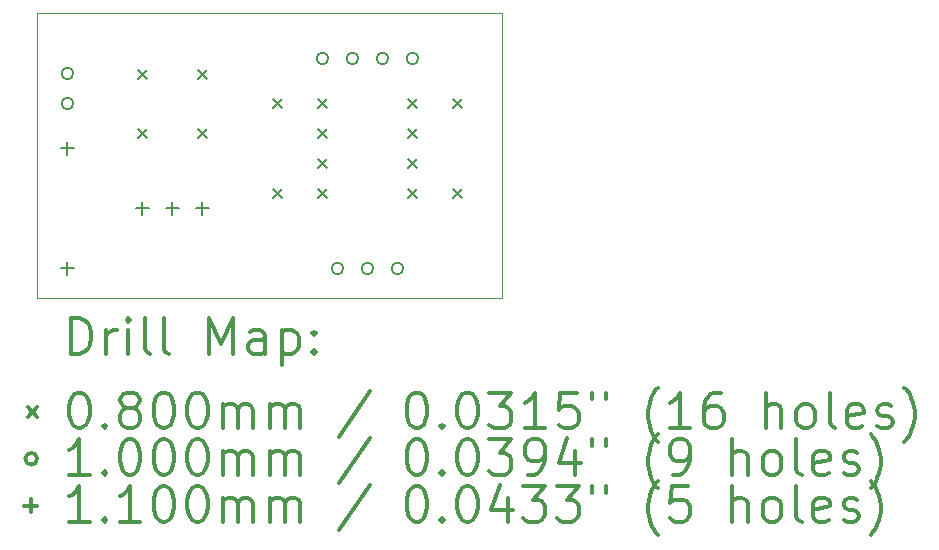
<source format=gbr>
%FSLAX45Y45*%
G04 Gerber Fmt 4.5, Leading zero omitted, Abs format (unit mm)*
G04 Created by KiCad (PCBNEW 5.1.10) date 2022-01-19 09:48:25*
%MOMM*%
%LPD*%
G01*
G04 APERTURE LIST*
%TA.AperFunction,Profile*%
%ADD10C,0.050000*%
%TD*%
%ADD11C,0.200000*%
%ADD12C,0.300000*%
G04 APERTURE END LIST*
D10*
X5969000Y-2794000D02*
X9906000Y-2794000D01*
X5969000Y-5207000D02*
X5969000Y-2794000D01*
X9906000Y-5207000D02*
X5969000Y-5207000D01*
X9906000Y-2794000D02*
X9906000Y-5207000D01*
D11*
X6818000Y-3270000D02*
X6898000Y-3350000D01*
X6898000Y-3270000D02*
X6818000Y-3350000D01*
X6818000Y-3770000D02*
X6898000Y-3850000D01*
X6898000Y-3770000D02*
X6818000Y-3850000D01*
X7326000Y-3270000D02*
X7406000Y-3350000D01*
X7406000Y-3270000D02*
X7326000Y-3350000D01*
X7326000Y-3770000D02*
X7406000Y-3850000D01*
X7406000Y-3770000D02*
X7326000Y-3850000D01*
X7961000Y-3516000D02*
X8041000Y-3596000D01*
X8041000Y-3516000D02*
X7961000Y-3596000D01*
X7961000Y-4278000D02*
X8041000Y-4358000D01*
X8041000Y-4278000D02*
X7961000Y-4358000D01*
X8342000Y-3516000D02*
X8422000Y-3596000D01*
X8422000Y-3516000D02*
X8342000Y-3596000D01*
X8342000Y-3770000D02*
X8422000Y-3850000D01*
X8422000Y-3770000D02*
X8342000Y-3850000D01*
X8342000Y-4024000D02*
X8422000Y-4104000D01*
X8422000Y-4024000D02*
X8342000Y-4104000D01*
X8342000Y-4278000D02*
X8422000Y-4358000D01*
X8422000Y-4278000D02*
X8342000Y-4358000D01*
X9104000Y-3516000D02*
X9184000Y-3596000D01*
X9184000Y-3516000D02*
X9104000Y-3596000D01*
X9104000Y-3770000D02*
X9184000Y-3850000D01*
X9184000Y-3770000D02*
X9104000Y-3850000D01*
X9104000Y-4024000D02*
X9184000Y-4104000D01*
X9184000Y-4024000D02*
X9104000Y-4104000D01*
X9104000Y-4278000D02*
X9184000Y-4358000D01*
X9184000Y-4278000D02*
X9104000Y-4358000D01*
X9485000Y-3516000D02*
X9565000Y-3596000D01*
X9565000Y-3516000D02*
X9485000Y-3596000D01*
X9485000Y-4278000D02*
X9565000Y-4358000D01*
X9565000Y-4278000D02*
X9485000Y-4358000D01*
X6273000Y-3302000D02*
G75*
G03*
X6273000Y-3302000I-50000J0D01*
G01*
X6273000Y-3556000D02*
G75*
G03*
X6273000Y-3556000I-50000J0D01*
G01*
X8432000Y-3175000D02*
G75*
G03*
X8432000Y-3175000I-50000J0D01*
G01*
X8559000Y-4953000D02*
G75*
G03*
X8559000Y-4953000I-50000J0D01*
G01*
X8686000Y-3175000D02*
G75*
G03*
X8686000Y-3175000I-50000J0D01*
G01*
X8813000Y-4953000D02*
G75*
G03*
X8813000Y-4953000I-50000J0D01*
G01*
X8940000Y-3175000D02*
G75*
G03*
X8940000Y-3175000I-50000J0D01*
G01*
X9067000Y-4953000D02*
G75*
G03*
X9067000Y-4953000I-50000J0D01*
G01*
X9194000Y-3175000D02*
G75*
G03*
X9194000Y-3175000I-50000J0D01*
G01*
X6223000Y-3882000D02*
X6223000Y-3992000D01*
X6168000Y-3937000D02*
X6278000Y-3937000D01*
X6223000Y-4898000D02*
X6223000Y-5008000D01*
X6168000Y-4953000D02*
X6278000Y-4953000D01*
X6858000Y-4390000D02*
X6858000Y-4500000D01*
X6803000Y-4445000D02*
X6913000Y-4445000D01*
X7112000Y-4390000D02*
X7112000Y-4500000D01*
X7057000Y-4445000D02*
X7167000Y-4445000D01*
X7366000Y-4390000D02*
X7366000Y-4500000D01*
X7311000Y-4445000D02*
X7421000Y-4445000D01*
D12*
X6252928Y-5675214D02*
X6252928Y-5375214D01*
X6324357Y-5375214D01*
X6367214Y-5389500D01*
X6395786Y-5418072D01*
X6410071Y-5446643D01*
X6424357Y-5503786D01*
X6424357Y-5546643D01*
X6410071Y-5603786D01*
X6395786Y-5632357D01*
X6367214Y-5660929D01*
X6324357Y-5675214D01*
X6252928Y-5675214D01*
X6552928Y-5675214D02*
X6552928Y-5475214D01*
X6552928Y-5532357D02*
X6567214Y-5503786D01*
X6581500Y-5489500D01*
X6610071Y-5475214D01*
X6638643Y-5475214D01*
X6738643Y-5675214D02*
X6738643Y-5475214D01*
X6738643Y-5375214D02*
X6724357Y-5389500D01*
X6738643Y-5403786D01*
X6752928Y-5389500D01*
X6738643Y-5375214D01*
X6738643Y-5403786D01*
X6924357Y-5675214D02*
X6895786Y-5660929D01*
X6881500Y-5632357D01*
X6881500Y-5375214D01*
X7081500Y-5675214D02*
X7052928Y-5660929D01*
X7038643Y-5632357D01*
X7038643Y-5375214D01*
X7424357Y-5675214D02*
X7424357Y-5375214D01*
X7524357Y-5589500D01*
X7624357Y-5375214D01*
X7624357Y-5675214D01*
X7895786Y-5675214D02*
X7895786Y-5518072D01*
X7881500Y-5489500D01*
X7852928Y-5475214D01*
X7795786Y-5475214D01*
X7767214Y-5489500D01*
X7895786Y-5660929D02*
X7867214Y-5675214D01*
X7795786Y-5675214D01*
X7767214Y-5660929D01*
X7752928Y-5632357D01*
X7752928Y-5603786D01*
X7767214Y-5575214D01*
X7795786Y-5560929D01*
X7867214Y-5560929D01*
X7895786Y-5546643D01*
X8038643Y-5475214D02*
X8038643Y-5775214D01*
X8038643Y-5489500D02*
X8067214Y-5475214D01*
X8124357Y-5475214D01*
X8152928Y-5489500D01*
X8167214Y-5503786D01*
X8181500Y-5532357D01*
X8181500Y-5618071D01*
X8167214Y-5646643D01*
X8152928Y-5660929D01*
X8124357Y-5675214D01*
X8067214Y-5675214D01*
X8038643Y-5660929D01*
X8310071Y-5646643D02*
X8324357Y-5660929D01*
X8310071Y-5675214D01*
X8295786Y-5660929D01*
X8310071Y-5646643D01*
X8310071Y-5675214D01*
X8310071Y-5489500D02*
X8324357Y-5503786D01*
X8310071Y-5518072D01*
X8295786Y-5503786D01*
X8310071Y-5489500D01*
X8310071Y-5518072D01*
X5886500Y-6129500D02*
X5966500Y-6209500D01*
X5966500Y-6129500D02*
X5886500Y-6209500D01*
X6310071Y-6005214D02*
X6338643Y-6005214D01*
X6367214Y-6019500D01*
X6381500Y-6033786D01*
X6395786Y-6062357D01*
X6410071Y-6119500D01*
X6410071Y-6190929D01*
X6395786Y-6248071D01*
X6381500Y-6276643D01*
X6367214Y-6290929D01*
X6338643Y-6305214D01*
X6310071Y-6305214D01*
X6281500Y-6290929D01*
X6267214Y-6276643D01*
X6252928Y-6248071D01*
X6238643Y-6190929D01*
X6238643Y-6119500D01*
X6252928Y-6062357D01*
X6267214Y-6033786D01*
X6281500Y-6019500D01*
X6310071Y-6005214D01*
X6538643Y-6276643D02*
X6552928Y-6290929D01*
X6538643Y-6305214D01*
X6524357Y-6290929D01*
X6538643Y-6276643D01*
X6538643Y-6305214D01*
X6724357Y-6133786D02*
X6695786Y-6119500D01*
X6681500Y-6105214D01*
X6667214Y-6076643D01*
X6667214Y-6062357D01*
X6681500Y-6033786D01*
X6695786Y-6019500D01*
X6724357Y-6005214D01*
X6781500Y-6005214D01*
X6810071Y-6019500D01*
X6824357Y-6033786D01*
X6838643Y-6062357D01*
X6838643Y-6076643D01*
X6824357Y-6105214D01*
X6810071Y-6119500D01*
X6781500Y-6133786D01*
X6724357Y-6133786D01*
X6695786Y-6148071D01*
X6681500Y-6162357D01*
X6667214Y-6190929D01*
X6667214Y-6248071D01*
X6681500Y-6276643D01*
X6695786Y-6290929D01*
X6724357Y-6305214D01*
X6781500Y-6305214D01*
X6810071Y-6290929D01*
X6824357Y-6276643D01*
X6838643Y-6248071D01*
X6838643Y-6190929D01*
X6824357Y-6162357D01*
X6810071Y-6148071D01*
X6781500Y-6133786D01*
X7024357Y-6005214D02*
X7052928Y-6005214D01*
X7081500Y-6019500D01*
X7095786Y-6033786D01*
X7110071Y-6062357D01*
X7124357Y-6119500D01*
X7124357Y-6190929D01*
X7110071Y-6248071D01*
X7095786Y-6276643D01*
X7081500Y-6290929D01*
X7052928Y-6305214D01*
X7024357Y-6305214D01*
X6995786Y-6290929D01*
X6981500Y-6276643D01*
X6967214Y-6248071D01*
X6952928Y-6190929D01*
X6952928Y-6119500D01*
X6967214Y-6062357D01*
X6981500Y-6033786D01*
X6995786Y-6019500D01*
X7024357Y-6005214D01*
X7310071Y-6005214D02*
X7338643Y-6005214D01*
X7367214Y-6019500D01*
X7381500Y-6033786D01*
X7395786Y-6062357D01*
X7410071Y-6119500D01*
X7410071Y-6190929D01*
X7395786Y-6248071D01*
X7381500Y-6276643D01*
X7367214Y-6290929D01*
X7338643Y-6305214D01*
X7310071Y-6305214D01*
X7281500Y-6290929D01*
X7267214Y-6276643D01*
X7252928Y-6248071D01*
X7238643Y-6190929D01*
X7238643Y-6119500D01*
X7252928Y-6062357D01*
X7267214Y-6033786D01*
X7281500Y-6019500D01*
X7310071Y-6005214D01*
X7538643Y-6305214D02*
X7538643Y-6105214D01*
X7538643Y-6133786D02*
X7552928Y-6119500D01*
X7581500Y-6105214D01*
X7624357Y-6105214D01*
X7652928Y-6119500D01*
X7667214Y-6148071D01*
X7667214Y-6305214D01*
X7667214Y-6148071D02*
X7681500Y-6119500D01*
X7710071Y-6105214D01*
X7752928Y-6105214D01*
X7781500Y-6119500D01*
X7795786Y-6148071D01*
X7795786Y-6305214D01*
X7938643Y-6305214D02*
X7938643Y-6105214D01*
X7938643Y-6133786D02*
X7952928Y-6119500D01*
X7981500Y-6105214D01*
X8024357Y-6105214D01*
X8052928Y-6119500D01*
X8067214Y-6148071D01*
X8067214Y-6305214D01*
X8067214Y-6148071D02*
X8081500Y-6119500D01*
X8110071Y-6105214D01*
X8152928Y-6105214D01*
X8181500Y-6119500D01*
X8195786Y-6148071D01*
X8195786Y-6305214D01*
X8781500Y-5990929D02*
X8524357Y-6376643D01*
X9167214Y-6005214D02*
X9195786Y-6005214D01*
X9224357Y-6019500D01*
X9238643Y-6033786D01*
X9252928Y-6062357D01*
X9267214Y-6119500D01*
X9267214Y-6190929D01*
X9252928Y-6248071D01*
X9238643Y-6276643D01*
X9224357Y-6290929D01*
X9195786Y-6305214D01*
X9167214Y-6305214D01*
X9138643Y-6290929D01*
X9124357Y-6276643D01*
X9110071Y-6248071D01*
X9095786Y-6190929D01*
X9095786Y-6119500D01*
X9110071Y-6062357D01*
X9124357Y-6033786D01*
X9138643Y-6019500D01*
X9167214Y-6005214D01*
X9395786Y-6276643D02*
X9410071Y-6290929D01*
X9395786Y-6305214D01*
X9381500Y-6290929D01*
X9395786Y-6276643D01*
X9395786Y-6305214D01*
X9595786Y-6005214D02*
X9624357Y-6005214D01*
X9652928Y-6019500D01*
X9667214Y-6033786D01*
X9681500Y-6062357D01*
X9695786Y-6119500D01*
X9695786Y-6190929D01*
X9681500Y-6248071D01*
X9667214Y-6276643D01*
X9652928Y-6290929D01*
X9624357Y-6305214D01*
X9595786Y-6305214D01*
X9567214Y-6290929D01*
X9552928Y-6276643D01*
X9538643Y-6248071D01*
X9524357Y-6190929D01*
X9524357Y-6119500D01*
X9538643Y-6062357D01*
X9552928Y-6033786D01*
X9567214Y-6019500D01*
X9595786Y-6005214D01*
X9795786Y-6005214D02*
X9981500Y-6005214D01*
X9881500Y-6119500D01*
X9924357Y-6119500D01*
X9952928Y-6133786D01*
X9967214Y-6148071D01*
X9981500Y-6176643D01*
X9981500Y-6248071D01*
X9967214Y-6276643D01*
X9952928Y-6290929D01*
X9924357Y-6305214D01*
X9838643Y-6305214D01*
X9810071Y-6290929D01*
X9795786Y-6276643D01*
X10267214Y-6305214D02*
X10095786Y-6305214D01*
X10181500Y-6305214D02*
X10181500Y-6005214D01*
X10152928Y-6048071D01*
X10124357Y-6076643D01*
X10095786Y-6090929D01*
X10538643Y-6005214D02*
X10395786Y-6005214D01*
X10381500Y-6148071D01*
X10395786Y-6133786D01*
X10424357Y-6119500D01*
X10495786Y-6119500D01*
X10524357Y-6133786D01*
X10538643Y-6148071D01*
X10552928Y-6176643D01*
X10552928Y-6248071D01*
X10538643Y-6276643D01*
X10524357Y-6290929D01*
X10495786Y-6305214D01*
X10424357Y-6305214D01*
X10395786Y-6290929D01*
X10381500Y-6276643D01*
X10667214Y-6005214D02*
X10667214Y-6062357D01*
X10781500Y-6005214D02*
X10781500Y-6062357D01*
X11224357Y-6419500D02*
X11210071Y-6405214D01*
X11181500Y-6362357D01*
X11167214Y-6333786D01*
X11152928Y-6290929D01*
X11138643Y-6219500D01*
X11138643Y-6162357D01*
X11152928Y-6090929D01*
X11167214Y-6048071D01*
X11181500Y-6019500D01*
X11210071Y-5976643D01*
X11224357Y-5962357D01*
X11495786Y-6305214D02*
X11324357Y-6305214D01*
X11410071Y-6305214D02*
X11410071Y-6005214D01*
X11381500Y-6048071D01*
X11352928Y-6076643D01*
X11324357Y-6090929D01*
X11752928Y-6005214D02*
X11695786Y-6005214D01*
X11667214Y-6019500D01*
X11652928Y-6033786D01*
X11624357Y-6076643D01*
X11610071Y-6133786D01*
X11610071Y-6248071D01*
X11624357Y-6276643D01*
X11638643Y-6290929D01*
X11667214Y-6305214D01*
X11724357Y-6305214D01*
X11752928Y-6290929D01*
X11767214Y-6276643D01*
X11781500Y-6248071D01*
X11781500Y-6176643D01*
X11767214Y-6148071D01*
X11752928Y-6133786D01*
X11724357Y-6119500D01*
X11667214Y-6119500D01*
X11638643Y-6133786D01*
X11624357Y-6148071D01*
X11610071Y-6176643D01*
X12138643Y-6305214D02*
X12138643Y-6005214D01*
X12267214Y-6305214D02*
X12267214Y-6148071D01*
X12252928Y-6119500D01*
X12224357Y-6105214D01*
X12181500Y-6105214D01*
X12152928Y-6119500D01*
X12138643Y-6133786D01*
X12452928Y-6305214D02*
X12424357Y-6290929D01*
X12410071Y-6276643D01*
X12395786Y-6248071D01*
X12395786Y-6162357D01*
X12410071Y-6133786D01*
X12424357Y-6119500D01*
X12452928Y-6105214D01*
X12495786Y-6105214D01*
X12524357Y-6119500D01*
X12538643Y-6133786D01*
X12552928Y-6162357D01*
X12552928Y-6248071D01*
X12538643Y-6276643D01*
X12524357Y-6290929D01*
X12495786Y-6305214D01*
X12452928Y-6305214D01*
X12724357Y-6305214D02*
X12695786Y-6290929D01*
X12681500Y-6262357D01*
X12681500Y-6005214D01*
X12952928Y-6290929D02*
X12924357Y-6305214D01*
X12867214Y-6305214D01*
X12838643Y-6290929D01*
X12824357Y-6262357D01*
X12824357Y-6148071D01*
X12838643Y-6119500D01*
X12867214Y-6105214D01*
X12924357Y-6105214D01*
X12952928Y-6119500D01*
X12967214Y-6148071D01*
X12967214Y-6176643D01*
X12824357Y-6205214D01*
X13081500Y-6290929D02*
X13110071Y-6305214D01*
X13167214Y-6305214D01*
X13195786Y-6290929D01*
X13210071Y-6262357D01*
X13210071Y-6248071D01*
X13195786Y-6219500D01*
X13167214Y-6205214D01*
X13124357Y-6205214D01*
X13095786Y-6190929D01*
X13081500Y-6162357D01*
X13081500Y-6148071D01*
X13095786Y-6119500D01*
X13124357Y-6105214D01*
X13167214Y-6105214D01*
X13195786Y-6119500D01*
X13310071Y-6419500D02*
X13324357Y-6405214D01*
X13352928Y-6362357D01*
X13367214Y-6333786D01*
X13381500Y-6290929D01*
X13395786Y-6219500D01*
X13395786Y-6162357D01*
X13381500Y-6090929D01*
X13367214Y-6048071D01*
X13352928Y-6019500D01*
X13324357Y-5976643D01*
X13310071Y-5962357D01*
X5966500Y-6565500D02*
G75*
G03*
X5966500Y-6565500I-50000J0D01*
G01*
X6410071Y-6701214D02*
X6238643Y-6701214D01*
X6324357Y-6701214D02*
X6324357Y-6401214D01*
X6295786Y-6444071D01*
X6267214Y-6472643D01*
X6238643Y-6486929D01*
X6538643Y-6672643D02*
X6552928Y-6686929D01*
X6538643Y-6701214D01*
X6524357Y-6686929D01*
X6538643Y-6672643D01*
X6538643Y-6701214D01*
X6738643Y-6401214D02*
X6767214Y-6401214D01*
X6795786Y-6415500D01*
X6810071Y-6429786D01*
X6824357Y-6458357D01*
X6838643Y-6515500D01*
X6838643Y-6586929D01*
X6824357Y-6644071D01*
X6810071Y-6672643D01*
X6795786Y-6686929D01*
X6767214Y-6701214D01*
X6738643Y-6701214D01*
X6710071Y-6686929D01*
X6695786Y-6672643D01*
X6681500Y-6644071D01*
X6667214Y-6586929D01*
X6667214Y-6515500D01*
X6681500Y-6458357D01*
X6695786Y-6429786D01*
X6710071Y-6415500D01*
X6738643Y-6401214D01*
X7024357Y-6401214D02*
X7052928Y-6401214D01*
X7081500Y-6415500D01*
X7095786Y-6429786D01*
X7110071Y-6458357D01*
X7124357Y-6515500D01*
X7124357Y-6586929D01*
X7110071Y-6644071D01*
X7095786Y-6672643D01*
X7081500Y-6686929D01*
X7052928Y-6701214D01*
X7024357Y-6701214D01*
X6995786Y-6686929D01*
X6981500Y-6672643D01*
X6967214Y-6644071D01*
X6952928Y-6586929D01*
X6952928Y-6515500D01*
X6967214Y-6458357D01*
X6981500Y-6429786D01*
X6995786Y-6415500D01*
X7024357Y-6401214D01*
X7310071Y-6401214D02*
X7338643Y-6401214D01*
X7367214Y-6415500D01*
X7381500Y-6429786D01*
X7395786Y-6458357D01*
X7410071Y-6515500D01*
X7410071Y-6586929D01*
X7395786Y-6644071D01*
X7381500Y-6672643D01*
X7367214Y-6686929D01*
X7338643Y-6701214D01*
X7310071Y-6701214D01*
X7281500Y-6686929D01*
X7267214Y-6672643D01*
X7252928Y-6644071D01*
X7238643Y-6586929D01*
X7238643Y-6515500D01*
X7252928Y-6458357D01*
X7267214Y-6429786D01*
X7281500Y-6415500D01*
X7310071Y-6401214D01*
X7538643Y-6701214D02*
X7538643Y-6501214D01*
X7538643Y-6529786D02*
X7552928Y-6515500D01*
X7581500Y-6501214D01*
X7624357Y-6501214D01*
X7652928Y-6515500D01*
X7667214Y-6544071D01*
X7667214Y-6701214D01*
X7667214Y-6544071D02*
X7681500Y-6515500D01*
X7710071Y-6501214D01*
X7752928Y-6501214D01*
X7781500Y-6515500D01*
X7795786Y-6544071D01*
X7795786Y-6701214D01*
X7938643Y-6701214D02*
X7938643Y-6501214D01*
X7938643Y-6529786D02*
X7952928Y-6515500D01*
X7981500Y-6501214D01*
X8024357Y-6501214D01*
X8052928Y-6515500D01*
X8067214Y-6544071D01*
X8067214Y-6701214D01*
X8067214Y-6544071D02*
X8081500Y-6515500D01*
X8110071Y-6501214D01*
X8152928Y-6501214D01*
X8181500Y-6515500D01*
X8195786Y-6544071D01*
X8195786Y-6701214D01*
X8781500Y-6386929D02*
X8524357Y-6772643D01*
X9167214Y-6401214D02*
X9195786Y-6401214D01*
X9224357Y-6415500D01*
X9238643Y-6429786D01*
X9252928Y-6458357D01*
X9267214Y-6515500D01*
X9267214Y-6586929D01*
X9252928Y-6644071D01*
X9238643Y-6672643D01*
X9224357Y-6686929D01*
X9195786Y-6701214D01*
X9167214Y-6701214D01*
X9138643Y-6686929D01*
X9124357Y-6672643D01*
X9110071Y-6644071D01*
X9095786Y-6586929D01*
X9095786Y-6515500D01*
X9110071Y-6458357D01*
X9124357Y-6429786D01*
X9138643Y-6415500D01*
X9167214Y-6401214D01*
X9395786Y-6672643D02*
X9410071Y-6686929D01*
X9395786Y-6701214D01*
X9381500Y-6686929D01*
X9395786Y-6672643D01*
X9395786Y-6701214D01*
X9595786Y-6401214D02*
X9624357Y-6401214D01*
X9652928Y-6415500D01*
X9667214Y-6429786D01*
X9681500Y-6458357D01*
X9695786Y-6515500D01*
X9695786Y-6586929D01*
X9681500Y-6644071D01*
X9667214Y-6672643D01*
X9652928Y-6686929D01*
X9624357Y-6701214D01*
X9595786Y-6701214D01*
X9567214Y-6686929D01*
X9552928Y-6672643D01*
X9538643Y-6644071D01*
X9524357Y-6586929D01*
X9524357Y-6515500D01*
X9538643Y-6458357D01*
X9552928Y-6429786D01*
X9567214Y-6415500D01*
X9595786Y-6401214D01*
X9795786Y-6401214D02*
X9981500Y-6401214D01*
X9881500Y-6515500D01*
X9924357Y-6515500D01*
X9952928Y-6529786D01*
X9967214Y-6544071D01*
X9981500Y-6572643D01*
X9981500Y-6644071D01*
X9967214Y-6672643D01*
X9952928Y-6686929D01*
X9924357Y-6701214D01*
X9838643Y-6701214D01*
X9810071Y-6686929D01*
X9795786Y-6672643D01*
X10124357Y-6701214D02*
X10181500Y-6701214D01*
X10210071Y-6686929D01*
X10224357Y-6672643D01*
X10252928Y-6629786D01*
X10267214Y-6572643D01*
X10267214Y-6458357D01*
X10252928Y-6429786D01*
X10238643Y-6415500D01*
X10210071Y-6401214D01*
X10152928Y-6401214D01*
X10124357Y-6415500D01*
X10110071Y-6429786D01*
X10095786Y-6458357D01*
X10095786Y-6529786D01*
X10110071Y-6558357D01*
X10124357Y-6572643D01*
X10152928Y-6586929D01*
X10210071Y-6586929D01*
X10238643Y-6572643D01*
X10252928Y-6558357D01*
X10267214Y-6529786D01*
X10524357Y-6501214D02*
X10524357Y-6701214D01*
X10452928Y-6386929D02*
X10381500Y-6601214D01*
X10567214Y-6601214D01*
X10667214Y-6401214D02*
X10667214Y-6458357D01*
X10781500Y-6401214D02*
X10781500Y-6458357D01*
X11224357Y-6815500D02*
X11210071Y-6801214D01*
X11181500Y-6758357D01*
X11167214Y-6729786D01*
X11152928Y-6686929D01*
X11138643Y-6615500D01*
X11138643Y-6558357D01*
X11152928Y-6486929D01*
X11167214Y-6444071D01*
X11181500Y-6415500D01*
X11210071Y-6372643D01*
X11224357Y-6358357D01*
X11352928Y-6701214D02*
X11410071Y-6701214D01*
X11438643Y-6686929D01*
X11452928Y-6672643D01*
X11481500Y-6629786D01*
X11495786Y-6572643D01*
X11495786Y-6458357D01*
X11481500Y-6429786D01*
X11467214Y-6415500D01*
X11438643Y-6401214D01*
X11381500Y-6401214D01*
X11352928Y-6415500D01*
X11338643Y-6429786D01*
X11324357Y-6458357D01*
X11324357Y-6529786D01*
X11338643Y-6558357D01*
X11352928Y-6572643D01*
X11381500Y-6586929D01*
X11438643Y-6586929D01*
X11467214Y-6572643D01*
X11481500Y-6558357D01*
X11495786Y-6529786D01*
X11852928Y-6701214D02*
X11852928Y-6401214D01*
X11981500Y-6701214D02*
X11981500Y-6544071D01*
X11967214Y-6515500D01*
X11938643Y-6501214D01*
X11895786Y-6501214D01*
X11867214Y-6515500D01*
X11852928Y-6529786D01*
X12167214Y-6701214D02*
X12138643Y-6686929D01*
X12124357Y-6672643D01*
X12110071Y-6644071D01*
X12110071Y-6558357D01*
X12124357Y-6529786D01*
X12138643Y-6515500D01*
X12167214Y-6501214D01*
X12210071Y-6501214D01*
X12238643Y-6515500D01*
X12252928Y-6529786D01*
X12267214Y-6558357D01*
X12267214Y-6644071D01*
X12252928Y-6672643D01*
X12238643Y-6686929D01*
X12210071Y-6701214D01*
X12167214Y-6701214D01*
X12438643Y-6701214D02*
X12410071Y-6686929D01*
X12395786Y-6658357D01*
X12395786Y-6401214D01*
X12667214Y-6686929D02*
X12638643Y-6701214D01*
X12581500Y-6701214D01*
X12552928Y-6686929D01*
X12538643Y-6658357D01*
X12538643Y-6544071D01*
X12552928Y-6515500D01*
X12581500Y-6501214D01*
X12638643Y-6501214D01*
X12667214Y-6515500D01*
X12681500Y-6544071D01*
X12681500Y-6572643D01*
X12538643Y-6601214D01*
X12795786Y-6686929D02*
X12824357Y-6701214D01*
X12881500Y-6701214D01*
X12910071Y-6686929D01*
X12924357Y-6658357D01*
X12924357Y-6644071D01*
X12910071Y-6615500D01*
X12881500Y-6601214D01*
X12838643Y-6601214D01*
X12810071Y-6586929D01*
X12795786Y-6558357D01*
X12795786Y-6544071D01*
X12810071Y-6515500D01*
X12838643Y-6501214D01*
X12881500Y-6501214D01*
X12910071Y-6515500D01*
X13024357Y-6815500D02*
X13038643Y-6801214D01*
X13067214Y-6758357D01*
X13081500Y-6729786D01*
X13095786Y-6686929D01*
X13110071Y-6615500D01*
X13110071Y-6558357D01*
X13095786Y-6486929D01*
X13081500Y-6444071D01*
X13067214Y-6415500D01*
X13038643Y-6372643D01*
X13024357Y-6358357D01*
X5911500Y-6906500D02*
X5911500Y-7016500D01*
X5856500Y-6961500D02*
X5966500Y-6961500D01*
X6410071Y-7097214D02*
X6238643Y-7097214D01*
X6324357Y-7097214D02*
X6324357Y-6797214D01*
X6295786Y-6840071D01*
X6267214Y-6868643D01*
X6238643Y-6882929D01*
X6538643Y-7068643D02*
X6552928Y-7082929D01*
X6538643Y-7097214D01*
X6524357Y-7082929D01*
X6538643Y-7068643D01*
X6538643Y-7097214D01*
X6838643Y-7097214D02*
X6667214Y-7097214D01*
X6752928Y-7097214D02*
X6752928Y-6797214D01*
X6724357Y-6840071D01*
X6695786Y-6868643D01*
X6667214Y-6882929D01*
X7024357Y-6797214D02*
X7052928Y-6797214D01*
X7081500Y-6811500D01*
X7095786Y-6825786D01*
X7110071Y-6854357D01*
X7124357Y-6911500D01*
X7124357Y-6982929D01*
X7110071Y-7040071D01*
X7095786Y-7068643D01*
X7081500Y-7082929D01*
X7052928Y-7097214D01*
X7024357Y-7097214D01*
X6995786Y-7082929D01*
X6981500Y-7068643D01*
X6967214Y-7040071D01*
X6952928Y-6982929D01*
X6952928Y-6911500D01*
X6967214Y-6854357D01*
X6981500Y-6825786D01*
X6995786Y-6811500D01*
X7024357Y-6797214D01*
X7310071Y-6797214D02*
X7338643Y-6797214D01*
X7367214Y-6811500D01*
X7381500Y-6825786D01*
X7395786Y-6854357D01*
X7410071Y-6911500D01*
X7410071Y-6982929D01*
X7395786Y-7040071D01*
X7381500Y-7068643D01*
X7367214Y-7082929D01*
X7338643Y-7097214D01*
X7310071Y-7097214D01*
X7281500Y-7082929D01*
X7267214Y-7068643D01*
X7252928Y-7040071D01*
X7238643Y-6982929D01*
X7238643Y-6911500D01*
X7252928Y-6854357D01*
X7267214Y-6825786D01*
X7281500Y-6811500D01*
X7310071Y-6797214D01*
X7538643Y-7097214D02*
X7538643Y-6897214D01*
X7538643Y-6925786D02*
X7552928Y-6911500D01*
X7581500Y-6897214D01*
X7624357Y-6897214D01*
X7652928Y-6911500D01*
X7667214Y-6940071D01*
X7667214Y-7097214D01*
X7667214Y-6940071D02*
X7681500Y-6911500D01*
X7710071Y-6897214D01*
X7752928Y-6897214D01*
X7781500Y-6911500D01*
X7795786Y-6940071D01*
X7795786Y-7097214D01*
X7938643Y-7097214D02*
X7938643Y-6897214D01*
X7938643Y-6925786D02*
X7952928Y-6911500D01*
X7981500Y-6897214D01*
X8024357Y-6897214D01*
X8052928Y-6911500D01*
X8067214Y-6940071D01*
X8067214Y-7097214D01*
X8067214Y-6940071D02*
X8081500Y-6911500D01*
X8110071Y-6897214D01*
X8152928Y-6897214D01*
X8181500Y-6911500D01*
X8195786Y-6940071D01*
X8195786Y-7097214D01*
X8781500Y-6782929D02*
X8524357Y-7168643D01*
X9167214Y-6797214D02*
X9195786Y-6797214D01*
X9224357Y-6811500D01*
X9238643Y-6825786D01*
X9252928Y-6854357D01*
X9267214Y-6911500D01*
X9267214Y-6982929D01*
X9252928Y-7040071D01*
X9238643Y-7068643D01*
X9224357Y-7082929D01*
X9195786Y-7097214D01*
X9167214Y-7097214D01*
X9138643Y-7082929D01*
X9124357Y-7068643D01*
X9110071Y-7040071D01*
X9095786Y-6982929D01*
X9095786Y-6911500D01*
X9110071Y-6854357D01*
X9124357Y-6825786D01*
X9138643Y-6811500D01*
X9167214Y-6797214D01*
X9395786Y-7068643D02*
X9410071Y-7082929D01*
X9395786Y-7097214D01*
X9381500Y-7082929D01*
X9395786Y-7068643D01*
X9395786Y-7097214D01*
X9595786Y-6797214D02*
X9624357Y-6797214D01*
X9652928Y-6811500D01*
X9667214Y-6825786D01*
X9681500Y-6854357D01*
X9695786Y-6911500D01*
X9695786Y-6982929D01*
X9681500Y-7040071D01*
X9667214Y-7068643D01*
X9652928Y-7082929D01*
X9624357Y-7097214D01*
X9595786Y-7097214D01*
X9567214Y-7082929D01*
X9552928Y-7068643D01*
X9538643Y-7040071D01*
X9524357Y-6982929D01*
X9524357Y-6911500D01*
X9538643Y-6854357D01*
X9552928Y-6825786D01*
X9567214Y-6811500D01*
X9595786Y-6797214D01*
X9952928Y-6897214D02*
X9952928Y-7097214D01*
X9881500Y-6782929D02*
X9810071Y-6997214D01*
X9995786Y-6997214D01*
X10081500Y-6797214D02*
X10267214Y-6797214D01*
X10167214Y-6911500D01*
X10210071Y-6911500D01*
X10238643Y-6925786D01*
X10252928Y-6940071D01*
X10267214Y-6968643D01*
X10267214Y-7040071D01*
X10252928Y-7068643D01*
X10238643Y-7082929D01*
X10210071Y-7097214D01*
X10124357Y-7097214D01*
X10095786Y-7082929D01*
X10081500Y-7068643D01*
X10367214Y-6797214D02*
X10552928Y-6797214D01*
X10452928Y-6911500D01*
X10495786Y-6911500D01*
X10524357Y-6925786D01*
X10538643Y-6940071D01*
X10552928Y-6968643D01*
X10552928Y-7040071D01*
X10538643Y-7068643D01*
X10524357Y-7082929D01*
X10495786Y-7097214D01*
X10410071Y-7097214D01*
X10381500Y-7082929D01*
X10367214Y-7068643D01*
X10667214Y-6797214D02*
X10667214Y-6854357D01*
X10781500Y-6797214D02*
X10781500Y-6854357D01*
X11224357Y-7211500D02*
X11210071Y-7197214D01*
X11181500Y-7154357D01*
X11167214Y-7125786D01*
X11152928Y-7082929D01*
X11138643Y-7011500D01*
X11138643Y-6954357D01*
X11152928Y-6882929D01*
X11167214Y-6840071D01*
X11181500Y-6811500D01*
X11210071Y-6768643D01*
X11224357Y-6754357D01*
X11481500Y-6797214D02*
X11338643Y-6797214D01*
X11324357Y-6940071D01*
X11338643Y-6925786D01*
X11367214Y-6911500D01*
X11438643Y-6911500D01*
X11467214Y-6925786D01*
X11481500Y-6940071D01*
X11495786Y-6968643D01*
X11495786Y-7040071D01*
X11481500Y-7068643D01*
X11467214Y-7082929D01*
X11438643Y-7097214D01*
X11367214Y-7097214D01*
X11338643Y-7082929D01*
X11324357Y-7068643D01*
X11852928Y-7097214D02*
X11852928Y-6797214D01*
X11981500Y-7097214D02*
X11981500Y-6940071D01*
X11967214Y-6911500D01*
X11938643Y-6897214D01*
X11895786Y-6897214D01*
X11867214Y-6911500D01*
X11852928Y-6925786D01*
X12167214Y-7097214D02*
X12138643Y-7082929D01*
X12124357Y-7068643D01*
X12110071Y-7040071D01*
X12110071Y-6954357D01*
X12124357Y-6925786D01*
X12138643Y-6911500D01*
X12167214Y-6897214D01*
X12210071Y-6897214D01*
X12238643Y-6911500D01*
X12252928Y-6925786D01*
X12267214Y-6954357D01*
X12267214Y-7040071D01*
X12252928Y-7068643D01*
X12238643Y-7082929D01*
X12210071Y-7097214D01*
X12167214Y-7097214D01*
X12438643Y-7097214D02*
X12410071Y-7082929D01*
X12395786Y-7054357D01*
X12395786Y-6797214D01*
X12667214Y-7082929D02*
X12638643Y-7097214D01*
X12581500Y-7097214D01*
X12552928Y-7082929D01*
X12538643Y-7054357D01*
X12538643Y-6940071D01*
X12552928Y-6911500D01*
X12581500Y-6897214D01*
X12638643Y-6897214D01*
X12667214Y-6911500D01*
X12681500Y-6940071D01*
X12681500Y-6968643D01*
X12538643Y-6997214D01*
X12795786Y-7082929D02*
X12824357Y-7097214D01*
X12881500Y-7097214D01*
X12910071Y-7082929D01*
X12924357Y-7054357D01*
X12924357Y-7040071D01*
X12910071Y-7011500D01*
X12881500Y-6997214D01*
X12838643Y-6997214D01*
X12810071Y-6982929D01*
X12795786Y-6954357D01*
X12795786Y-6940071D01*
X12810071Y-6911500D01*
X12838643Y-6897214D01*
X12881500Y-6897214D01*
X12910071Y-6911500D01*
X13024357Y-7211500D02*
X13038643Y-7197214D01*
X13067214Y-7154357D01*
X13081500Y-7125786D01*
X13095786Y-7082929D01*
X13110071Y-7011500D01*
X13110071Y-6954357D01*
X13095786Y-6882929D01*
X13081500Y-6840071D01*
X13067214Y-6811500D01*
X13038643Y-6768643D01*
X13024357Y-6754357D01*
M02*

</source>
